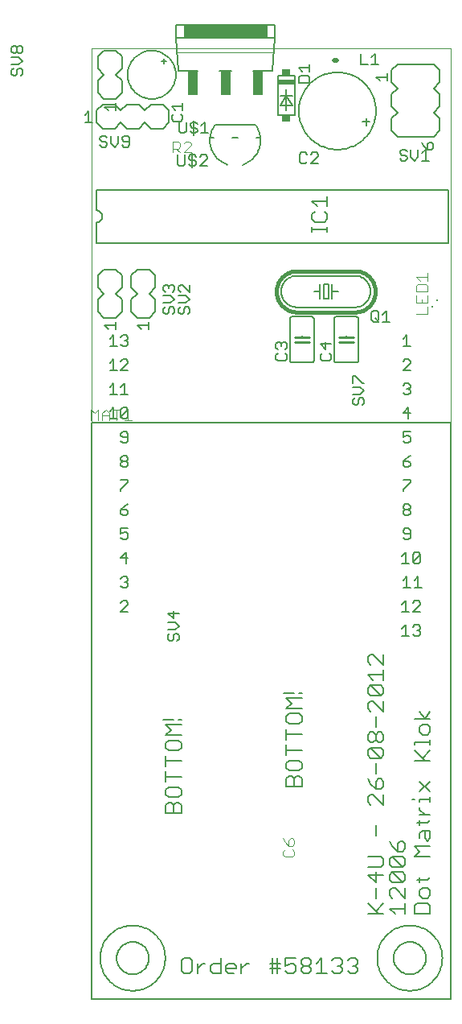
<source format=gto>
G75*
G70*
%OFA0B0*%
%FSLAX24Y24*%
%IPPOS*%
%LPD*%
%AMOC8*
5,1,8,0,0,1.08239X$1,22.5*
%
%ADD10C,0.0000*%
%ADD11C,0.0060*%
%ADD12R,0.0736X0.0200*%
%ADD13R,0.0335X0.0250*%
%ADD14C,0.0050*%
%ADD15C,0.0020*%
%ADD16R,0.3500X0.0550*%
%ADD17R,0.0400X0.1000*%
%ADD18C,0.0200*%
%ADD19C,0.0040*%
%ADD20C,0.0070*%
%ADD21C,0.0160*%
%ADD22C,0.0100*%
%ADD23C,0.0098*%
%ADD24R,0.0079X0.0079*%
D10*
X003621Y000711D02*
X003621Y040081D01*
X018503Y040081D01*
X018503Y000711D01*
X003621Y000711D01*
D11*
X004645Y002404D02*
X004647Y002455D01*
X004653Y002506D01*
X004663Y002556D01*
X004676Y002606D01*
X004694Y002654D01*
X004714Y002701D01*
X004739Y002746D01*
X004767Y002789D01*
X004798Y002830D01*
X004832Y002868D01*
X004869Y002903D01*
X004908Y002936D01*
X004950Y002966D01*
X004994Y002992D01*
X005040Y003014D01*
X005088Y003034D01*
X005137Y003049D01*
X005187Y003061D01*
X005237Y003069D01*
X005288Y003073D01*
X005340Y003073D01*
X005391Y003069D01*
X005441Y003061D01*
X005491Y003049D01*
X005540Y003034D01*
X005588Y003014D01*
X005634Y002992D01*
X005678Y002966D01*
X005720Y002936D01*
X005759Y002903D01*
X005796Y002868D01*
X005830Y002830D01*
X005861Y002789D01*
X005889Y002746D01*
X005914Y002701D01*
X005934Y002654D01*
X005952Y002606D01*
X005965Y002556D01*
X005975Y002506D01*
X005981Y002455D01*
X005983Y002404D01*
X005981Y002353D01*
X005975Y002302D01*
X005965Y002252D01*
X005952Y002202D01*
X005934Y002154D01*
X005914Y002107D01*
X005889Y002062D01*
X005861Y002019D01*
X005830Y001978D01*
X005796Y001940D01*
X005759Y001905D01*
X005720Y001872D01*
X005678Y001842D01*
X005634Y001816D01*
X005588Y001794D01*
X005540Y001774D01*
X005491Y001759D01*
X005441Y001747D01*
X005391Y001739D01*
X005340Y001735D01*
X005288Y001735D01*
X005237Y001739D01*
X005187Y001747D01*
X005137Y001759D01*
X005088Y001774D01*
X005040Y001794D01*
X004994Y001816D01*
X004950Y001842D01*
X004908Y001872D01*
X004869Y001905D01*
X004832Y001940D01*
X004798Y001978D01*
X004767Y002019D01*
X004739Y002062D01*
X004714Y002107D01*
X004694Y002154D01*
X004676Y002202D01*
X004663Y002252D01*
X004653Y002302D01*
X004647Y002353D01*
X004645Y002404D01*
X003964Y002404D02*
X003966Y002477D01*
X003972Y002550D01*
X003982Y002622D01*
X003996Y002694D01*
X004013Y002765D01*
X004035Y002835D01*
X004060Y002904D01*
X004089Y002971D01*
X004121Y003036D01*
X004157Y003100D01*
X004197Y003162D01*
X004239Y003221D01*
X004285Y003278D01*
X004334Y003332D01*
X004386Y003384D01*
X004440Y003433D01*
X004497Y003479D01*
X004556Y003521D01*
X004618Y003561D01*
X004682Y003597D01*
X004747Y003629D01*
X004814Y003658D01*
X004883Y003683D01*
X004953Y003705D01*
X005024Y003722D01*
X005096Y003736D01*
X005168Y003746D01*
X005241Y003752D01*
X005314Y003754D01*
X005387Y003752D01*
X005460Y003746D01*
X005532Y003736D01*
X005604Y003722D01*
X005675Y003705D01*
X005745Y003683D01*
X005814Y003658D01*
X005881Y003629D01*
X005946Y003597D01*
X006010Y003561D01*
X006072Y003521D01*
X006131Y003479D01*
X006188Y003433D01*
X006242Y003384D01*
X006294Y003332D01*
X006343Y003278D01*
X006389Y003221D01*
X006431Y003162D01*
X006471Y003100D01*
X006507Y003036D01*
X006539Y002971D01*
X006568Y002904D01*
X006593Y002835D01*
X006615Y002765D01*
X006632Y002694D01*
X006646Y002622D01*
X006656Y002550D01*
X006662Y002477D01*
X006664Y002404D01*
X006662Y002331D01*
X006656Y002258D01*
X006646Y002186D01*
X006632Y002114D01*
X006615Y002043D01*
X006593Y001973D01*
X006568Y001904D01*
X006539Y001837D01*
X006507Y001772D01*
X006471Y001708D01*
X006431Y001646D01*
X006389Y001587D01*
X006343Y001530D01*
X006294Y001476D01*
X006242Y001424D01*
X006188Y001375D01*
X006131Y001329D01*
X006072Y001287D01*
X006010Y001247D01*
X005946Y001211D01*
X005881Y001179D01*
X005814Y001150D01*
X005745Y001125D01*
X005675Y001103D01*
X005604Y001086D01*
X005532Y001072D01*
X005460Y001062D01*
X005387Y001056D01*
X005314Y001054D01*
X005241Y001056D01*
X005168Y001062D01*
X005096Y001072D01*
X005024Y001086D01*
X004953Y001103D01*
X004883Y001125D01*
X004814Y001150D01*
X004747Y001179D01*
X004682Y001211D01*
X004618Y001247D01*
X004556Y001287D01*
X004497Y001329D01*
X004440Y001375D01*
X004386Y001424D01*
X004334Y001476D01*
X004285Y001530D01*
X004239Y001587D01*
X004197Y001646D01*
X004157Y001708D01*
X004121Y001772D01*
X004089Y001837D01*
X004060Y001904D01*
X004035Y001973D01*
X004013Y002043D01*
X003996Y002114D01*
X003982Y002186D01*
X003972Y002258D01*
X003966Y002331D01*
X003964Y002404D01*
X006691Y008418D02*
X006691Y008738D01*
X006798Y008845D01*
X006905Y008845D01*
X007011Y008738D01*
X007011Y008418D01*
X007011Y008738D02*
X007118Y008845D01*
X007225Y008845D01*
X007332Y008738D01*
X007332Y008418D01*
X006691Y008418D01*
X006798Y009063D02*
X006691Y009169D01*
X006691Y009383D01*
X006798Y009490D01*
X007225Y009490D01*
X007332Y009383D01*
X007332Y009169D01*
X007225Y009063D01*
X006798Y009063D01*
X006691Y009707D02*
X006691Y010134D01*
X006691Y009921D02*
X007332Y009921D01*
X007332Y010565D02*
X006691Y010565D01*
X006691Y010352D02*
X006691Y010779D01*
X006798Y010996D02*
X006691Y011103D01*
X006691Y011317D01*
X006798Y011423D01*
X007225Y011423D01*
X007332Y011317D01*
X007332Y011103D01*
X007225Y010996D01*
X006798Y010996D01*
X006691Y011641D02*
X006905Y011854D01*
X006691Y012068D01*
X007332Y012068D01*
X007332Y012285D02*
X007225Y012285D01*
X007011Y012285D02*
X006584Y012285D01*
X006691Y011641D02*
X007332Y011641D01*
X011584Y013388D02*
X012011Y013388D01*
X012225Y013388D02*
X012332Y013388D01*
X012332Y013170D02*
X011691Y013170D01*
X011905Y012957D01*
X011691Y012743D01*
X012332Y012743D01*
X012225Y012526D02*
X012332Y012419D01*
X012332Y012205D01*
X012225Y012099D01*
X011798Y012099D01*
X011691Y012205D01*
X011691Y012419D01*
X011798Y012526D01*
X012225Y012526D01*
X011691Y011881D02*
X011691Y011454D01*
X011691Y011668D02*
X012332Y011668D01*
X012332Y011023D02*
X011691Y011023D01*
X011691Y010810D02*
X011691Y011237D01*
X011798Y010592D02*
X011691Y010485D01*
X011691Y010272D01*
X011798Y010165D01*
X012225Y010165D01*
X012332Y010272D01*
X012332Y010485D01*
X012225Y010592D01*
X011798Y010592D01*
X011798Y009948D02*
X011905Y009948D01*
X012011Y009841D01*
X012011Y009521D01*
X012011Y009841D02*
X012118Y009948D01*
X012225Y009948D01*
X012332Y009841D01*
X012332Y009521D01*
X011691Y009521D01*
X011691Y009841D01*
X011798Y009948D01*
X015077Y009828D02*
X015184Y009615D01*
X015397Y009401D01*
X015397Y009722D01*
X015504Y009828D01*
X015611Y009828D01*
X015717Y009722D01*
X015717Y009508D01*
X015611Y009401D01*
X015397Y009401D01*
X015290Y009184D02*
X015184Y009184D01*
X015077Y009077D01*
X015077Y008864D01*
X015184Y008757D01*
X015290Y009184D02*
X015717Y008757D01*
X015717Y009184D01*
X015397Y010046D02*
X015397Y010473D01*
X015184Y010690D02*
X015077Y010797D01*
X015077Y011011D01*
X015184Y011117D01*
X015611Y010690D01*
X015717Y010797D01*
X015717Y011011D01*
X015611Y011117D01*
X015184Y011117D01*
X015184Y011335D02*
X015290Y011335D01*
X015397Y011442D01*
X015397Y011655D01*
X015504Y011762D01*
X015611Y011762D01*
X015717Y011655D01*
X015717Y011442D01*
X015611Y011335D01*
X015504Y011335D01*
X015397Y011442D01*
X015397Y011655D02*
X015290Y011762D01*
X015184Y011762D01*
X015077Y011655D01*
X015077Y011442D01*
X015184Y011335D01*
X015184Y010690D02*
X015611Y010690D01*
X015397Y011980D02*
X015397Y012407D01*
X015184Y012624D02*
X015077Y012731D01*
X015077Y012944D01*
X015184Y013051D01*
X015290Y013051D01*
X015717Y012624D01*
X015717Y013051D01*
X015611Y013269D02*
X015184Y013696D01*
X015611Y013696D01*
X015717Y013589D01*
X015717Y013375D01*
X015611Y013269D01*
X015184Y013269D01*
X015077Y013375D01*
X015077Y013589D01*
X015184Y013696D01*
X015290Y013913D02*
X015077Y014127D01*
X015717Y014127D01*
X015717Y014340D02*
X015717Y013913D01*
X015717Y014558D02*
X015290Y014985D01*
X015184Y014985D01*
X015077Y014878D01*
X015077Y014664D01*
X015184Y014558D01*
X015717Y014558D02*
X015717Y014985D01*
X017006Y012302D02*
X017647Y012302D01*
X017433Y012302D02*
X017647Y012622D01*
X017433Y012302D02*
X017219Y012622D01*
X017326Y012084D02*
X017219Y011978D01*
X017219Y011764D01*
X017326Y011657D01*
X017540Y011657D01*
X017647Y011764D01*
X017647Y011978D01*
X017540Y012084D01*
X017326Y012084D01*
X017647Y011441D02*
X017647Y011228D01*
X017647Y011334D02*
X017006Y011334D01*
X017006Y011228D01*
X017006Y011010D02*
X017433Y010583D01*
X017326Y010690D02*
X017647Y011010D01*
X017647Y010583D02*
X017006Y010583D01*
X017219Y009721D02*
X017647Y009294D01*
X017647Y009078D02*
X017647Y008864D01*
X017647Y008971D02*
X017219Y008971D01*
X017219Y008864D01*
X017219Y008647D02*
X017219Y008541D01*
X017433Y008327D01*
X017647Y008327D02*
X017219Y008327D01*
X017219Y008111D02*
X017219Y007897D01*
X017113Y008004D02*
X017540Y008004D01*
X017647Y008111D01*
X017647Y007680D02*
X017647Y007360D01*
X017540Y007253D01*
X017433Y007360D01*
X017433Y007680D01*
X017326Y007680D02*
X017647Y007680D01*
X017647Y007035D02*
X017006Y007035D01*
X017219Y006822D01*
X017006Y006608D01*
X017647Y006608D01*
X017219Y007360D02*
X017219Y007573D01*
X017326Y007680D01*
X016623Y007143D02*
X016623Y006930D01*
X016516Y006823D01*
X016303Y006823D01*
X016303Y007143D01*
X016409Y007250D01*
X016516Y007250D01*
X016623Y007143D01*
X016516Y006606D02*
X016623Y006499D01*
X016623Y006285D01*
X016516Y006179D01*
X016089Y006606D01*
X016516Y006606D01*
X016303Y006823D02*
X016089Y007037D01*
X015982Y007250D01*
X016089Y006606D02*
X015982Y006499D01*
X015982Y006285D01*
X016089Y006179D01*
X016516Y006179D01*
X016516Y005961D02*
X016623Y005854D01*
X016623Y005641D01*
X016516Y005534D01*
X016089Y005961D01*
X016516Y005961D01*
X016516Y005534D02*
X016089Y005534D01*
X015982Y005641D01*
X015982Y005854D01*
X016089Y005961D01*
X015717Y005854D02*
X015077Y005854D01*
X015397Y005534D01*
X015397Y005961D01*
X015611Y006179D02*
X015077Y006179D01*
X015077Y006606D02*
X015611Y006606D01*
X015717Y006499D01*
X015717Y006285D01*
X015611Y006179D01*
X015397Y005317D02*
X015397Y004889D01*
X015077Y004672D02*
X015504Y004245D01*
X015397Y004352D02*
X015717Y004672D01*
X015982Y004458D02*
X016623Y004458D01*
X016623Y004245D02*
X016623Y004672D01*
X016623Y004889D02*
X016196Y005317D01*
X016089Y005317D01*
X015982Y005210D01*
X015982Y004996D01*
X016089Y004889D01*
X015982Y004458D02*
X016196Y004245D01*
X015717Y004245D02*
X015077Y004245D01*
X014548Y002405D02*
X014334Y002405D01*
X014227Y002298D01*
X014010Y002298D02*
X014010Y002192D01*
X013903Y002085D01*
X014010Y001978D01*
X014010Y001871D01*
X013903Y001765D01*
X013690Y001765D01*
X013583Y001871D01*
X013365Y001765D02*
X012938Y001765D01*
X013152Y001765D02*
X013152Y002405D01*
X012938Y002192D01*
X012721Y002192D02*
X012614Y002085D01*
X012400Y002085D01*
X012294Y002192D01*
X012294Y002298D01*
X012400Y002405D01*
X012614Y002405D01*
X012721Y002298D01*
X012721Y002192D01*
X012614Y002085D02*
X012721Y001978D01*
X012721Y001871D01*
X012614Y001765D01*
X012400Y001765D01*
X012294Y001871D01*
X012294Y001978D01*
X012400Y002085D01*
X012076Y002085D02*
X012076Y001871D01*
X011969Y001765D01*
X011756Y001765D01*
X011649Y001871D01*
X011649Y002085D02*
X011863Y002192D01*
X011969Y002192D01*
X012076Y002085D01*
X012076Y002405D02*
X011649Y002405D01*
X011649Y002085D01*
X011432Y002192D02*
X011325Y002192D01*
X011005Y002192D01*
X011005Y001978D02*
X011432Y001978D01*
X011325Y001765D02*
X011325Y002405D01*
X011111Y002405D02*
X011111Y001765D01*
X010143Y002192D02*
X010036Y002192D01*
X009823Y001978D01*
X009823Y001765D02*
X009823Y002192D01*
X009605Y002085D02*
X009605Y001978D01*
X009178Y001978D01*
X009178Y001871D02*
X009178Y002085D01*
X009285Y002192D01*
X009499Y002192D01*
X009605Y002085D01*
X009499Y001765D02*
X009285Y001765D01*
X009178Y001871D01*
X008961Y001765D02*
X008961Y002405D01*
X008961Y002192D02*
X008641Y002192D01*
X008534Y002085D01*
X008534Y001871D01*
X008641Y001765D01*
X008961Y001765D01*
X008317Y002192D02*
X008210Y002192D01*
X007997Y001978D01*
X007997Y001765D02*
X007997Y002192D01*
X007779Y002298D02*
X007779Y001871D01*
X007672Y001765D01*
X007459Y001765D01*
X007352Y001871D01*
X007352Y002298D01*
X007459Y002405D01*
X007672Y002405D01*
X007779Y002298D01*
X013583Y002298D02*
X013690Y002405D01*
X013903Y002405D01*
X014010Y002298D01*
X013903Y002085D02*
X013796Y002085D01*
X014227Y001871D02*
X014334Y001765D01*
X014548Y001765D01*
X014654Y001871D01*
X014654Y001978D01*
X014548Y002085D01*
X014441Y002085D01*
X014548Y002085D02*
X014654Y002192D01*
X014654Y002298D01*
X014548Y002405D01*
X016141Y002404D02*
X016143Y002455D01*
X016149Y002506D01*
X016159Y002556D01*
X016172Y002606D01*
X016190Y002654D01*
X016210Y002701D01*
X016235Y002746D01*
X016263Y002789D01*
X016294Y002830D01*
X016328Y002868D01*
X016365Y002903D01*
X016404Y002936D01*
X016446Y002966D01*
X016490Y002992D01*
X016536Y003014D01*
X016584Y003034D01*
X016633Y003049D01*
X016683Y003061D01*
X016733Y003069D01*
X016784Y003073D01*
X016836Y003073D01*
X016887Y003069D01*
X016937Y003061D01*
X016987Y003049D01*
X017036Y003034D01*
X017084Y003014D01*
X017130Y002992D01*
X017174Y002966D01*
X017216Y002936D01*
X017255Y002903D01*
X017292Y002868D01*
X017326Y002830D01*
X017357Y002789D01*
X017385Y002746D01*
X017410Y002701D01*
X017430Y002654D01*
X017448Y002606D01*
X017461Y002556D01*
X017471Y002506D01*
X017477Y002455D01*
X017479Y002404D01*
X017477Y002353D01*
X017471Y002302D01*
X017461Y002252D01*
X017448Y002202D01*
X017430Y002154D01*
X017410Y002107D01*
X017385Y002062D01*
X017357Y002019D01*
X017326Y001978D01*
X017292Y001940D01*
X017255Y001905D01*
X017216Y001872D01*
X017174Y001842D01*
X017130Y001816D01*
X017084Y001794D01*
X017036Y001774D01*
X016987Y001759D01*
X016937Y001747D01*
X016887Y001739D01*
X016836Y001735D01*
X016784Y001735D01*
X016733Y001739D01*
X016683Y001747D01*
X016633Y001759D01*
X016584Y001774D01*
X016536Y001794D01*
X016490Y001816D01*
X016446Y001842D01*
X016404Y001872D01*
X016365Y001905D01*
X016328Y001940D01*
X016294Y001978D01*
X016263Y002019D01*
X016235Y002062D01*
X016210Y002107D01*
X016190Y002154D01*
X016172Y002202D01*
X016159Y002252D01*
X016149Y002302D01*
X016143Y002353D01*
X016141Y002404D01*
X015460Y002404D02*
X015462Y002477D01*
X015468Y002550D01*
X015478Y002622D01*
X015492Y002694D01*
X015509Y002765D01*
X015531Y002835D01*
X015556Y002904D01*
X015585Y002971D01*
X015617Y003036D01*
X015653Y003100D01*
X015693Y003162D01*
X015735Y003221D01*
X015781Y003278D01*
X015830Y003332D01*
X015882Y003384D01*
X015936Y003433D01*
X015993Y003479D01*
X016052Y003521D01*
X016114Y003561D01*
X016178Y003597D01*
X016243Y003629D01*
X016310Y003658D01*
X016379Y003683D01*
X016449Y003705D01*
X016520Y003722D01*
X016592Y003736D01*
X016664Y003746D01*
X016737Y003752D01*
X016810Y003754D01*
X016883Y003752D01*
X016956Y003746D01*
X017028Y003736D01*
X017100Y003722D01*
X017171Y003705D01*
X017241Y003683D01*
X017310Y003658D01*
X017377Y003629D01*
X017442Y003597D01*
X017506Y003561D01*
X017568Y003521D01*
X017627Y003479D01*
X017684Y003433D01*
X017738Y003384D01*
X017790Y003332D01*
X017839Y003278D01*
X017885Y003221D01*
X017927Y003162D01*
X017967Y003100D01*
X018003Y003036D01*
X018035Y002971D01*
X018064Y002904D01*
X018089Y002835D01*
X018111Y002765D01*
X018128Y002694D01*
X018142Y002622D01*
X018152Y002550D01*
X018158Y002477D01*
X018160Y002404D01*
X018158Y002331D01*
X018152Y002258D01*
X018142Y002186D01*
X018128Y002114D01*
X018111Y002043D01*
X018089Y001973D01*
X018064Y001904D01*
X018035Y001837D01*
X018003Y001772D01*
X017967Y001708D01*
X017927Y001646D01*
X017885Y001587D01*
X017839Y001530D01*
X017790Y001476D01*
X017738Y001424D01*
X017684Y001375D01*
X017627Y001329D01*
X017568Y001287D01*
X017506Y001247D01*
X017442Y001211D01*
X017377Y001179D01*
X017310Y001150D01*
X017241Y001125D01*
X017171Y001103D01*
X017100Y001086D01*
X017028Y001072D01*
X016956Y001062D01*
X016883Y001056D01*
X016810Y001054D01*
X016737Y001056D01*
X016664Y001062D01*
X016592Y001072D01*
X016520Y001086D01*
X016449Y001103D01*
X016379Y001125D01*
X016310Y001150D01*
X016243Y001179D01*
X016178Y001211D01*
X016114Y001247D01*
X016052Y001287D01*
X015993Y001329D01*
X015936Y001375D01*
X015882Y001424D01*
X015830Y001476D01*
X015781Y001530D01*
X015735Y001587D01*
X015693Y001646D01*
X015653Y001708D01*
X015617Y001772D01*
X015585Y001837D01*
X015556Y001904D01*
X015531Y001973D01*
X015509Y002043D01*
X015492Y002114D01*
X015478Y002186D01*
X015468Y002258D01*
X015462Y002331D01*
X015460Y002404D01*
X016623Y004889D02*
X016623Y005317D01*
X017113Y004672D02*
X017006Y004565D01*
X017006Y004245D01*
X017647Y004245D01*
X017647Y004565D01*
X017540Y004672D01*
X017113Y004672D01*
X017326Y004889D02*
X017219Y004996D01*
X017219Y005210D01*
X017326Y005317D01*
X017540Y005317D01*
X017647Y005210D01*
X017647Y004996D01*
X017540Y004889D01*
X017326Y004889D01*
X017219Y005534D02*
X017219Y005748D01*
X017113Y005641D02*
X017540Y005641D01*
X017647Y005748D01*
X017006Y008971D02*
X016899Y008971D01*
X017219Y009294D02*
X017647Y009721D01*
X015397Y007895D02*
X015397Y007468D01*
X014573Y027068D02*
X013773Y027068D01*
X013756Y027070D01*
X013739Y027074D01*
X013723Y027081D01*
X013709Y027091D01*
X013696Y027104D01*
X013686Y027118D01*
X013679Y027134D01*
X013675Y027151D01*
X013673Y027168D01*
X013673Y028868D01*
X013675Y028885D01*
X013679Y028902D01*
X013686Y028918D01*
X013696Y028932D01*
X013709Y028945D01*
X013723Y028955D01*
X013739Y028962D01*
X013756Y028966D01*
X013773Y028968D01*
X014573Y028968D01*
X014590Y028966D01*
X014607Y028962D01*
X014623Y028955D01*
X014637Y028945D01*
X014650Y028932D01*
X014660Y028918D01*
X014667Y028902D01*
X014671Y028885D01*
X014673Y028868D01*
X014673Y027168D01*
X014671Y027151D01*
X014667Y027134D01*
X014660Y027118D01*
X014650Y027104D01*
X014637Y027091D01*
X014623Y027081D01*
X014607Y027074D01*
X014590Y027070D01*
X014573Y027068D01*
X014173Y027868D02*
X014173Y027918D01*
X014173Y028118D02*
X014173Y028168D01*
X014530Y029356D02*
X012130Y029356D01*
X011930Y028968D02*
X012730Y028968D01*
X012747Y028966D01*
X012764Y028962D01*
X012780Y028955D01*
X012794Y028945D01*
X012807Y028932D01*
X012817Y028918D01*
X012824Y028902D01*
X012828Y028885D01*
X012830Y028868D01*
X012830Y027168D01*
X012828Y027151D01*
X012824Y027134D01*
X012817Y027118D01*
X012807Y027104D01*
X012794Y027091D01*
X012780Y027081D01*
X012764Y027074D01*
X012747Y027070D01*
X012730Y027068D01*
X011930Y027068D01*
X011913Y027070D01*
X011896Y027074D01*
X011880Y027081D01*
X011866Y027091D01*
X011853Y027104D01*
X011843Y027118D01*
X011836Y027134D01*
X011832Y027151D01*
X011830Y027168D01*
X011830Y028868D01*
X011832Y028885D01*
X011836Y028902D01*
X011843Y028918D01*
X011853Y028932D01*
X011866Y028945D01*
X011880Y028955D01*
X011896Y028962D01*
X011913Y028966D01*
X011930Y028968D01*
X012330Y028168D02*
X012330Y028118D01*
X012330Y027918D02*
X012330Y027868D01*
X013080Y029706D02*
X013080Y030006D01*
X012830Y030006D01*
X013080Y030006D02*
X013080Y030306D01*
X013230Y030306D02*
X013430Y030306D01*
X013430Y029706D01*
X013230Y029706D01*
X013230Y030306D01*
X013580Y030306D02*
X013580Y030006D01*
X013830Y030006D01*
X013580Y030006D02*
X013580Y029706D01*
X014530Y029356D02*
X014580Y029358D01*
X014629Y029364D01*
X014678Y029373D01*
X014726Y029386D01*
X014773Y029403D01*
X014818Y029423D01*
X014862Y029447D01*
X014904Y029474D01*
X014944Y029505D01*
X014981Y029538D01*
X015015Y029574D01*
X015047Y029612D01*
X015076Y029653D01*
X015101Y029695D01*
X015123Y029740D01*
X015142Y029786D01*
X015157Y029834D01*
X015168Y029882D01*
X015176Y029931D01*
X015180Y029981D01*
X015180Y030031D01*
X015176Y030081D01*
X015168Y030130D01*
X015157Y030178D01*
X015142Y030226D01*
X015123Y030272D01*
X015101Y030317D01*
X015076Y030359D01*
X015047Y030400D01*
X015015Y030438D01*
X014981Y030474D01*
X014944Y030507D01*
X014904Y030538D01*
X014862Y030565D01*
X014818Y030589D01*
X014773Y030609D01*
X014726Y030626D01*
X014678Y030639D01*
X014629Y030648D01*
X014580Y030654D01*
X014530Y030656D01*
X012130Y030656D01*
X012080Y030654D01*
X012031Y030648D01*
X011982Y030639D01*
X011934Y030626D01*
X011887Y030609D01*
X011842Y030589D01*
X011798Y030565D01*
X011756Y030538D01*
X011716Y030507D01*
X011679Y030474D01*
X011645Y030438D01*
X011613Y030400D01*
X011584Y030359D01*
X011559Y030317D01*
X011537Y030272D01*
X011518Y030226D01*
X011503Y030178D01*
X011492Y030130D01*
X011484Y030081D01*
X011480Y030031D01*
X011480Y029981D01*
X011484Y029931D01*
X011492Y029882D01*
X011503Y029834D01*
X011518Y029786D01*
X011537Y029740D01*
X011559Y029695D01*
X011584Y029653D01*
X011613Y029612D01*
X011645Y029574D01*
X011679Y029538D01*
X011716Y029505D01*
X011756Y029474D01*
X011798Y029447D01*
X011842Y029423D01*
X011887Y029403D01*
X011934Y029386D01*
X011982Y029373D01*
X012031Y029364D01*
X012080Y029358D01*
X012130Y029356D01*
X010612Y036362D02*
X010454Y036362D01*
X010391Y036912D02*
X008741Y036912D01*
X008679Y036362D02*
X008521Y036362D01*
X009454Y036362D02*
X009679Y036362D01*
X010391Y036912D02*
X010428Y036861D01*
X010463Y036808D01*
X010495Y036752D01*
X010523Y036695D01*
X010547Y036636D01*
X010568Y036576D01*
X010585Y036515D01*
X010599Y036453D01*
X010608Y036390D01*
X010614Y036327D01*
X010616Y036263D01*
X010614Y036199D01*
X010608Y036136D01*
X010599Y036073D01*
X010586Y036011D01*
X010568Y035950D01*
X010548Y035890D01*
X010523Y035831D01*
X010496Y035774D01*
X010464Y035718D01*
X010430Y035665D01*
X010392Y035614D01*
X010351Y035565D01*
X010307Y035519D01*
X010261Y035475D01*
X010212Y035434D01*
X010161Y035397D01*
X010107Y035362D01*
X010052Y035331D01*
X009995Y035303D01*
X009936Y035279D01*
X009876Y035259D01*
X009256Y035259D02*
X009196Y035279D01*
X009137Y035303D01*
X009080Y035331D01*
X009025Y035362D01*
X008971Y035397D01*
X008920Y035434D01*
X008871Y035475D01*
X008825Y035519D01*
X008781Y035565D01*
X008740Y035614D01*
X008702Y035665D01*
X008668Y035718D01*
X008636Y035774D01*
X008609Y035831D01*
X008584Y035890D01*
X008564Y035950D01*
X008546Y036011D01*
X008533Y036073D01*
X008524Y036136D01*
X008518Y036199D01*
X008516Y036263D01*
X008518Y036327D01*
X008524Y036390D01*
X008533Y036453D01*
X008547Y036515D01*
X008564Y036576D01*
X008585Y036636D01*
X008609Y036695D01*
X008637Y036752D01*
X008669Y036808D01*
X008704Y036861D01*
X008741Y036912D01*
X008919Y039146D02*
X009419Y039146D01*
X010319Y039146D02*
X011119Y039146D01*
X011219Y040496D01*
X007119Y040496D01*
X007219Y039146D01*
X008019Y039146D01*
X007119Y040496D02*
X007119Y041046D01*
X011219Y041046D01*
X011219Y040496D01*
X011326Y038936D02*
X012051Y038936D01*
X012051Y037297D01*
X011326Y037297D01*
X011326Y038936D01*
X011688Y038367D02*
X011688Y038117D01*
X011438Y038117D01*
X011688Y038117D02*
X011438Y037717D01*
X011938Y037717D01*
X011688Y038117D01*
X011938Y038117D01*
X011688Y038117D02*
X011688Y037517D01*
X012206Y037483D02*
X012208Y037563D01*
X012214Y037642D01*
X012224Y037721D01*
X012238Y037800D01*
X012255Y037878D01*
X012277Y037955D01*
X012302Y038030D01*
X012332Y038104D01*
X012364Y038177D01*
X012401Y038248D01*
X012441Y038317D01*
X012484Y038384D01*
X012531Y038449D01*
X012580Y038511D01*
X012633Y038571D01*
X012689Y038628D01*
X012747Y038683D01*
X012808Y038734D01*
X012872Y038782D01*
X012938Y038827D01*
X013006Y038869D01*
X013076Y038907D01*
X013148Y038941D01*
X013221Y038972D01*
X013296Y039000D01*
X013373Y039023D01*
X013450Y039043D01*
X013528Y039059D01*
X013607Y039071D01*
X013686Y039079D01*
X013766Y039083D01*
X013846Y039083D01*
X013926Y039079D01*
X014005Y039071D01*
X014084Y039059D01*
X014162Y039043D01*
X014239Y039023D01*
X014316Y039000D01*
X014391Y038972D01*
X014464Y038941D01*
X014536Y038907D01*
X014606Y038869D01*
X014674Y038827D01*
X014740Y038782D01*
X014804Y038734D01*
X014865Y038683D01*
X014923Y038628D01*
X014979Y038571D01*
X015032Y038511D01*
X015081Y038449D01*
X015128Y038384D01*
X015171Y038317D01*
X015211Y038248D01*
X015248Y038177D01*
X015280Y038104D01*
X015310Y038030D01*
X015335Y037955D01*
X015357Y037878D01*
X015374Y037800D01*
X015388Y037721D01*
X015398Y037642D01*
X015404Y037563D01*
X015406Y037483D01*
X015404Y037403D01*
X015398Y037324D01*
X015388Y037245D01*
X015374Y037166D01*
X015357Y037088D01*
X015335Y037011D01*
X015310Y036936D01*
X015280Y036862D01*
X015248Y036789D01*
X015211Y036718D01*
X015171Y036649D01*
X015128Y036582D01*
X015081Y036517D01*
X015032Y036455D01*
X014979Y036395D01*
X014923Y036338D01*
X014865Y036283D01*
X014804Y036232D01*
X014740Y036184D01*
X014674Y036139D01*
X014606Y036097D01*
X014536Y036059D01*
X014464Y036025D01*
X014391Y035994D01*
X014316Y035966D01*
X014239Y035943D01*
X014162Y035923D01*
X014084Y035907D01*
X014005Y035895D01*
X013926Y035887D01*
X013846Y035883D01*
X013766Y035883D01*
X013686Y035887D01*
X013607Y035895D01*
X013528Y035907D01*
X013450Y035923D01*
X013373Y035943D01*
X013296Y035966D01*
X013221Y035994D01*
X013148Y036025D01*
X013076Y036059D01*
X013006Y036097D01*
X012938Y036139D01*
X012872Y036184D01*
X012808Y036232D01*
X012747Y036283D01*
X012689Y036338D01*
X012633Y036395D01*
X012580Y036455D01*
X012531Y036517D01*
X012484Y036582D01*
X012441Y036649D01*
X012401Y036718D01*
X012364Y036789D01*
X012332Y036862D01*
X012302Y036936D01*
X012277Y037011D01*
X012255Y037088D01*
X012238Y037166D01*
X012224Y037245D01*
X012214Y037324D01*
X012208Y037403D01*
X012206Y037483D01*
X014856Y037033D02*
X015156Y037033D01*
X015006Y037183D02*
X015006Y036883D01*
X016043Y036670D02*
X016043Y037170D01*
X016293Y037420D01*
X016043Y037670D01*
X016043Y038170D01*
X016293Y038420D01*
X016043Y038670D01*
X016043Y039170D01*
X016293Y039420D01*
X017793Y039420D01*
X018043Y039170D01*
X018043Y038670D01*
X017793Y038420D01*
X018043Y038170D01*
X018043Y037670D01*
X017793Y037420D01*
X018043Y037170D01*
X018043Y036670D01*
X017793Y036420D01*
X016293Y036420D01*
X016043Y036670D01*
X018402Y034213D02*
X018402Y032013D01*
X003802Y032013D01*
X003802Y032863D01*
X003832Y032865D01*
X003862Y032870D01*
X003891Y032879D01*
X003918Y032892D01*
X003944Y032907D01*
X003968Y032926D01*
X003989Y032947D01*
X004008Y032971D01*
X004023Y032997D01*
X004036Y033024D01*
X004045Y033053D01*
X004050Y033083D01*
X004052Y033113D01*
X004050Y033143D01*
X004045Y033173D01*
X004036Y033202D01*
X004023Y033229D01*
X004008Y033255D01*
X003989Y033279D01*
X003968Y033300D01*
X003944Y033319D01*
X003918Y033334D01*
X003891Y033347D01*
X003862Y033356D01*
X003832Y033361D01*
X003802Y033363D01*
X003802Y034213D01*
X018402Y034213D01*
X006814Y036996D02*
X006814Y037496D01*
X006564Y037746D01*
X006064Y037746D01*
X005814Y037496D01*
X005564Y037746D01*
X005064Y037746D01*
X004814Y037496D01*
X004564Y037746D01*
X004064Y037746D01*
X003814Y037496D01*
X003814Y036996D01*
X004064Y036746D01*
X004564Y036746D01*
X004814Y036996D01*
X005064Y036746D01*
X005564Y036746D01*
X005814Y036996D01*
X006064Y036746D01*
X006564Y036746D01*
X006814Y036996D01*
X005102Y038979D02*
X005104Y039042D01*
X005110Y039104D01*
X005120Y039166D01*
X005133Y039228D01*
X005151Y039288D01*
X005172Y039347D01*
X005197Y039405D01*
X005226Y039461D01*
X005258Y039515D01*
X005293Y039567D01*
X005331Y039616D01*
X005373Y039664D01*
X005417Y039708D01*
X005465Y039750D01*
X005514Y039788D01*
X005566Y039823D01*
X005620Y039855D01*
X005676Y039884D01*
X005734Y039909D01*
X005793Y039930D01*
X005853Y039948D01*
X005915Y039961D01*
X005977Y039971D01*
X006039Y039977D01*
X006102Y039979D01*
X006165Y039977D01*
X006227Y039971D01*
X006289Y039961D01*
X006351Y039948D01*
X006411Y039930D01*
X006470Y039909D01*
X006528Y039884D01*
X006584Y039855D01*
X006638Y039823D01*
X006690Y039788D01*
X006739Y039750D01*
X006787Y039708D01*
X006831Y039664D01*
X006873Y039616D01*
X006911Y039567D01*
X006946Y039515D01*
X006978Y039461D01*
X007007Y039405D01*
X007032Y039347D01*
X007053Y039288D01*
X007071Y039228D01*
X007084Y039166D01*
X007094Y039104D01*
X007100Y039042D01*
X007102Y038979D01*
X007100Y038916D01*
X007094Y038854D01*
X007084Y038792D01*
X007071Y038730D01*
X007053Y038670D01*
X007032Y038611D01*
X007007Y038553D01*
X006978Y038497D01*
X006946Y038443D01*
X006911Y038391D01*
X006873Y038342D01*
X006831Y038294D01*
X006787Y038250D01*
X006739Y038208D01*
X006690Y038170D01*
X006638Y038135D01*
X006584Y038103D01*
X006528Y038074D01*
X006470Y038049D01*
X006411Y038028D01*
X006351Y038010D01*
X006289Y037997D01*
X006227Y037987D01*
X006165Y037981D01*
X006102Y037979D01*
X006039Y037981D01*
X005977Y037987D01*
X005915Y037997D01*
X005853Y038010D01*
X005793Y038028D01*
X005734Y038049D01*
X005676Y038074D01*
X005620Y038103D01*
X005566Y038135D01*
X005514Y038170D01*
X005465Y038208D01*
X005417Y038250D01*
X005373Y038294D01*
X005331Y038342D01*
X005293Y038391D01*
X005258Y038443D01*
X005226Y038497D01*
X005197Y038553D01*
X005172Y038611D01*
X005151Y038670D01*
X005133Y038730D01*
X005120Y038792D01*
X005110Y038854D01*
X005104Y038916D01*
X005102Y038979D01*
X004869Y039229D02*
X004619Y038979D01*
X004869Y038729D01*
X004869Y038229D01*
X004619Y037979D01*
X004119Y037979D01*
X003869Y038229D01*
X003869Y038729D01*
X004119Y038979D01*
X003869Y039229D01*
X003869Y039729D01*
X004119Y039979D01*
X004619Y039979D01*
X004869Y039729D01*
X004869Y039229D01*
X006502Y039529D02*
X006602Y039529D01*
X006702Y039529D01*
X006602Y039529D02*
X006602Y039429D01*
X006602Y039529D02*
X006602Y039629D01*
X005997Y030924D02*
X005497Y030924D01*
X005247Y030674D01*
X005247Y030174D01*
X005497Y029924D01*
X005247Y029674D01*
X005247Y029174D01*
X005497Y028924D01*
X005997Y028924D01*
X006247Y029174D01*
X006247Y029674D01*
X005997Y029924D01*
X006247Y030174D01*
X006247Y030674D01*
X005997Y030924D01*
X004869Y030674D02*
X004869Y030174D01*
X004619Y029924D01*
X004869Y029674D01*
X004869Y029174D01*
X004619Y028924D01*
X004119Y028924D01*
X003869Y029174D01*
X003869Y029674D01*
X004119Y029924D01*
X003869Y030174D01*
X003869Y030674D01*
X004119Y030924D01*
X004619Y030924D01*
X004869Y030674D01*
D12*
X011682Y038667D03*
D13*
X011688Y039061D03*
X011688Y037172D03*
D14*
X018503Y000711D02*
X003621Y000711D01*
X003621Y024569D01*
X018503Y024569D01*
X018503Y000711D01*
X017169Y015746D02*
X017018Y015746D01*
X016943Y015821D01*
X016783Y015746D02*
X016483Y015746D01*
X016633Y015746D02*
X016633Y016196D01*
X016483Y016046D01*
X016943Y016121D02*
X017018Y016196D01*
X017169Y016196D01*
X017244Y016121D01*
X017244Y016046D01*
X017169Y015971D01*
X017244Y015896D01*
X017244Y015821D01*
X017169Y015746D01*
X017169Y015971D02*
X017094Y015971D01*
X017244Y016746D02*
X016943Y016746D01*
X017244Y017046D01*
X017244Y017121D01*
X017169Y017196D01*
X017018Y017196D01*
X016943Y017121D01*
X016633Y017196D02*
X016633Y016746D01*
X016483Y016746D02*
X016783Y016746D01*
X016483Y017046D02*
X016633Y017196D01*
X016683Y017746D02*
X016683Y018196D01*
X016533Y018046D01*
X016533Y017746D02*
X016833Y017746D01*
X016993Y017746D02*
X017294Y017746D01*
X017144Y017746D02*
X017144Y018196D01*
X016993Y018046D01*
X017018Y018746D02*
X016943Y018821D01*
X017244Y019121D01*
X017244Y018821D01*
X017169Y018746D01*
X017018Y018746D01*
X016943Y018821D02*
X016943Y019121D01*
X017018Y019196D01*
X017169Y019196D01*
X017244Y019121D01*
X016758Y019746D02*
X016833Y019821D01*
X016833Y020121D01*
X016758Y020196D01*
X016608Y020196D01*
X016533Y020121D01*
X016533Y020046D01*
X016608Y019971D01*
X016833Y019971D01*
X016758Y019746D02*
X016608Y019746D01*
X016533Y019821D01*
X016633Y019196D02*
X016483Y019046D01*
X016633Y019196D02*
X016633Y018746D01*
X016483Y018746D02*
X016783Y018746D01*
X016758Y020746D02*
X016608Y020746D01*
X016533Y020821D01*
X016533Y020896D01*
X016608Y020971D01*
X016758Y020971D01*
X016833Y020896D01*
X016833Y020821D01*
X016758Y020746D01*
X016758Y020971D02*
X016833Y021046D01*
X016833Y021121D01*
X016758Y021196D01*
X016608Y021196D01*
X016533Y021121D01*
X016533Y021046D01*
X016608Y020971D01*
X016533Y021746D02*
X016533Y021821D01*
X016833Y022121D01*
X016833Y022196D01*
X016533Y022196D01*
X016608Y022746D02*
X016758Y022746D01*
X016833Y022821D01*
X016833Y022896D01*
X016758Y022971D01*
X016533Y022971D01*
X016533Y022821D01*
X016608Y022746D01*
X016533Y022971D02*
X016683Y023121D01*
X016833Y023196D01*
X016758Y023746D02*
X016608Y023746D01*
X016533Y023821D01*
X016533Y023971D02*
X016683Y024046D01*
X016758Y024046D01*
X016833Y023971D01*
X016833Y023821D01*
X016758Y023746D01*
X016533Y023971D02*
X016533Y024196D01*
X016833Y024196D01*
X016758Y024746D02*
X016758Y025196D01*
X016533Y024971D01*
X016833Y024971D01*
X016758Y025746D02*
X016608Y025746D01*
X016533Y025821D01*
X016683Y025971D02*
X016758Y025971D01*
X016833Y025896D01*
X016833Y025821D01*
X016758Y025746D01*
X016758Y025971D02*
X016833Y026046D01*
X016833Y026121D01*
X016758Y026196D01*
X016608Y026196D01*
X016533Y026121D01*
X016533Y026746D02*
X016833Y027046D01*
X016833Y027121D01*
X016758Y027196D01*
X016608Y027196D01*
X016533Y027121D01*
X016533Y026746D02*
X016833Y026746D01*
X016833Y027746D02*
X016533Y027746D01*
X016683Y027746D02*
X016683Y028196D01*
X016533Y028046D01*
X015982Y028757D02*
X015682Y028757D01*
X015832Y028757D02*
X015832Y029207D01*
X015682Y029057D01*
X015522Y029132D02*
X015522Y028832D01*
X015447Y028757D01*
X015297Y028757D01*
X015222Y028832D01*
X015222Y029132D01*
X015297Y029207D01*
X015447Y029207D01*
X015522Y029132D01*
X015372Y028907D02*
X015522Y028757D01*
X014532Y026514D02*
X014832Y026214D01*
X014907Y026214D01*
X014757Y026054D02*
X014907Y025904D01*
X014757Y025753D01*
X014457Y025753D01*
X014532Y025593D02*
X014457Y025518D01*
X014457Y025368D01*
X014532Y025293D01*
X014607Y025293D01*
X014682Y025368D01*
X014682Y025518D01*
X014757Y025593D01*
X014832Y025593D01*
X014907Y025518D01*
X014907Y025368D01*
X014832Y025293D01*
X014757Y026054D02*
X014457Y026054D01*
X014457Y026214D02*
X014457Y026514D01*
X014532Y026514D01*
X013548Y027218D02*
X013473Y027143D01*
X013172Y027143D01*
X013097Y027218D01*
X013097Y027368D01*
X013172Y027443D01*
X013322Y027603D02*
X013097Y027829D01*
X013548Y027829D01*
X013322Y027904D02*
X013322Y027603D01*
X013473Y027443D02*
X013548Y027368D01*
X013548Y027218D01*
X011705Y027218D02*
X011705Y027368D01*
X011630Y027443D01*
X011630Y027603D02*
X011705Y027679D01*
X011705Y027829D01*
X011630Y027904D01*
X011555Y027904D01*
X011480Y027829D01*
X011480Y027754D01*
X011480Y027829D02*
X011405Y027904D01*
X011330Y027904D01*
X011255Y027829D01*
X011255Y027679D01*
X011330Y027603D01*
X011330Y027443D02*
X011255Y027368D01*
X011255Y027218D01*
X011330Y027143D01*
X011630Y027143D01*
X011705Y027218D01*
X012316Y035317D02*
X012241Y035392D01*
X012241Y035692D01*
X012316Y035767D01*
X012466Y035767D01*
X012541Y035692D01*
X012701Y035692D02*
X012776Y035767D01*
X012926Y035767D01*
X013001Y035692D01*
X013001Y035617D01*
X012701Y035317D01*
X013001Y035317D01*
X012541Y035392D02*
X012466Y035317D01*
X012316Y035317D01*
X012205Y038651D02*
X012205Y038876D01*
X012281Y038951D01*
X012581Y038951D01*
X012656Y038876D01*
X012656Y038651D01*
X012205Y038651D01*
X012356Y039111D02*
X012205Y039261D01*
X012656Y039261D01*
X012656Y039111D02*
X012656Y039411D01*
X014763Y039393D02*
X015063Y039393D01*
X015223Y039393D02*
X015524Y039393D01*
X015374Y039393D02*
X015374Y039843D01*
X015223Y039693D01*
X014763Y039843D02*
X014763Y039393D01*
X015417Y038884D02*
X015868Y038884D01*
X015868Y038734D02*
X015868Y039035D01*
X015567Y038734D02*
X015417Y038884D01*
X016469Y035876D02*
X016394Y035801D01*
X016394Y035726D01*
X016469Y035651D01*
X016620Y035651D01*
X016695Y035575D01*
X016695Y035500D01*
X016620Y035425D01*
X016469Y035425D01*
X016394Y035500D01*
X016469Y035876D02*
X016620Y035876D01*
X016695Y035801D01*
X016855Y035876D02*
X016855Y035575D01*
X017005Y035425D01*
X017155Y035575D01*
X017155Y035876D01*
X017315Y035726D02*
X017465Y035876D01*
X017465Y035425D01*
X017315Y035425D02*
X017615Y035425D01*
X017542Y035884D02*
X017542Y036109D01*
X017618Y036185D01*
X017693Y036185D01*
X017768Y036109D01*
X017768Y035959D01*
X017693Y035884D01*
X017542Y035884D01*
X017392Y036034D01*
X017317Y036185D01*
X008454Y036563D02*
X008154Y036563D01*
X008304Y036563D02*
X008304Y037014D01*
X008154Y036863D01*
X007994Y036938D02*
X007919Y037014D01*
X007768Y037014D01*
X007693Y036938D01*
X007693Y036863D01*
X007768Y036788D01*
X007919Y036788D01*
X007994Y036713D01*
X007994Y036638D01*
X007919Y036563D01*
X007768Y036563D01*
X007693Y036638D01*
X007533Y036638D02*
X007533Y037014D01*
X007392Y037129D02*
X007392Y037279D01*
X007317Y037354D01*
X007392Y037515D02*
X007392Y037815D01*
X007392Y037665D02*
X006941Y037665D01*
X007091Y037515D01*
X007016Y037354D02*
X006941Y037279D01*
X006941Y037129D01*
X007016Y037054D01*
X007317Y037054D01*
X007392Y037129D01*
X007233Y037014D02*
X007233Y036638D01*
X007308Y036563D01*
X007458Y036563D01*
X007533Y036638D01*
X007844Y036488D02*
X007844Y037089D01*
X007792Y035741D02*
X007792Y035141D01*
X007867Y035216D02*
X007942Y035291D01*
X007942Y035366D01*
X007867Y035441D01*
X007717Y035441D01*
X007642Y035516D01*
X007642Y035591D01*
X007717Y035666D01*
X007867Y035666D01*
X007942Y035591D01*
X008102Y035591D02*
X008177Y035666D01*
X008327Y035666D01*
X008402Y035591D01*
X008402Y035516D01*
X008102Y035216D01*
X008402Y035216D01*
X007867Y035216D02*
X007717Y035216D01*
X007642Y035291D01*
X007482Y035291D02*
X007482Y035666D01*
X007181Y035666D02*
X007181Y035291D01*
X007256Y035216D01*
X007407Y035216D01*
X007482Y035291D01*
X005178Y036067D02*
X005178Y036368D01*
X005103Y036443D01*
X004953Y036443D01*
X004878Y036368D01*
X004878Y036293D01*
X004953Y036217D01*
X005178Y036217D01*
X005178Y036067D02*
X005103Y035992D01*
X004953Y035992D01*
X004878Y036067D01*
X004718Y036142D02*
X004718Y036443D01*
X004418Y036443D02*
X004418Y036142D01*
X004568Y035992D01*
X004718Y036142D01*
X004258Y036142D02*
X004258Y036067D01*
X004183Y035992D01*
X004032Y035992D01*
X003957Y036067D01*
X004032Y036217D02*
X003957Y036293D01*
X003957Y036368D01*
X004032Y036443D01*
X004183Y036443D01*
X004258Y036368D01*
X004183Y036217D02*
X004032Y036217D01*
X004183Y036217D02*
X004258Y036142D01*
X003640Y037021D02*
X003339Y037021D01*
X003489Y037021D02*
X003489Y037472D01*
X003339Y037322D01*
X004144Y037654D02*
X004594Y037654D01*
X004594Y037504D02*
X004594Y037804D01*
X004294Y037504D02*
X004144Y037654D01*
X000742Y039024D02*
X000667Y038949D01*
X000742Y039024D02*
X000742Y039174D01*
X000667Y039249D01*
X000592Y039249D01*
X000516Y039174D01*
X000516Y039024D01*
X000441Y038949D01*
X000366Y038949D01*
X000291Y039024D01*
X000291Y039174D01*
X000366Y039249D01*
X000291Y039409D02*
X000592Y039409D01*
X000742Y039559D01*
X000592Y039709D01*
X000291Y039709D01*
X000366Y039869D02*
X000441Y039869D01*
X000516Y039944D01*
X000516Y040095D01*
X000592Y040170D01*
X000667Y040170D01*
X000742Y040095D01*
X000742Y039944D01*
X000667Y039869D01*
X000592Y039869D01*
X000516Y039944D01*
X000516Y040095D02*
X000441Y040170D01*
X000366Y040170D01*
X000291Y040095D01*
X000291Y039944D01*
X000366Y039869D01*
X004144Y028599D02*
X004594Y028599D01*
X004594Y028449D02*
X004594Y028749D01*
X004514Y028196D02*
X004514Y027746D01*
X004664Y027746D02*
X004363Y027746D01*
X004363Y028046D02*
X004514Y028196D01*
X004294Y028449D02*
X004144Y028599D01*
X004514Y027196D02*
X004514Y026746D01*
X004664Y026746D02*
X004363Y026746D01*
X004363Y027046D02*
X004514Y027196D01*
X004824Y027121D02*
X004899Y027196D01*
X005049Y027196D01*
X005124Y027121D01*
X005124Y027046D01*
X004824Y026746D01*
X005124Y026746D01*
X004974Y026196D02*
X004824Y026046D01*
X004974Y026196D02*
X004974Y025746D01*
X004824Y025746D02*
X005124Y025746D01*
X005049Y025196D02*
X004899Y025196D01*
X004824Y025121D01*
X004824Y024821D01*
X005124Y025121D01*
X005124Y024821D01*
X005049Y024746D01*
X004899Y024746D01*
X004824Y024821D01*
X004664Y024746D02*
X004363Y024746D01*
X004514Y024746D02*
X004514Y025196D01*
X004363Y025046D01*
X004363Y025746D02*
X004664Y025746D01*
X004514Y025746D02*
X004514Y026196D01*
X004363Y026046D01*
X005049Y025196D02*
X005124Y025121D01*
X005049Y024196D02*
X004899Y024196D01*
X004824Y024121D01*
X004824Y024046D01*
X004899Y023971D01*
X005124Y023971D01*
X005124Y023821D02*
X005124Y024121D01*
X005049Y024196D01*
X005124Y023821D02*
X005049Y023746D01*
X004899Y023746D01*
X004824Y023821D01*
X004899Y023196D02*
X005049Y023196D01*
X005124Y023121D01*
X005124Y023046D01*
X005049Y022971D01*
X004899Y022971D01*
X004824Y023046D01*
X004824Y023121D01*
X004899Y023196D01*
X004899Y022971D02*
X004824Y022896D01*
X004824Y022821D01*
X004899Y022746D01*
X005049Y022746D01*
X005124Y022821D01*
X005124Y022896D01*
X005049Y022971D01*
X005124Y022196D02*
X004824Y022196D01*
X005124Y022196D02*
X005124Y022121D01*
X004824Y021821D01*
X004824Y021746D01*
X005124Y021196D02*
X004974Y021121D01*
X004824Y020971D01*
X005049Y020971D01*
X005124Y020896D01*
X005124Y020821D01*
X005049Y020746D01*
X004899Y020746D01*
X004824Y020821D01*
X004824Y020971D01*
X004824Y020196D02*
X004824Y019971D01*
X004974Y020046D01*
X005049Y020046D01*
X005124Y019971D01*
X005124Y019821D01*
X005049Y019746D01*
X004899Y019746D01*
X004824Y019821D01*
X004824Y020196D02*
X005124Y020196D01*
X005049Y019196D02*
X004824Y018971D01*
X005124Y018971D01*
X005049Y018746D02*
X005049Y019196D01*
X005049Y018196D02*
X004899Y018196D01*
X004824Y018121D01*
X004974Y017971D02*
X005049Y017971D01*
X005124Y017896D01*
X005124Y017821D01*
X005049Y017746D01*
X004899Y017746D01*
X004824Y017821D01*
X005049Y017971D02*
X005124Y018046D01*
X005124Y018121D01*
X005049Y018196D01*
X005049Y017196D02*
X004899Y017196D01*
X004824Y017121D01*
X005049Y017196D02*
X005124Y017121D01*
X005124Y017046D01*
X004824Y016746D01*
X005124Y016746D01*
X006784Y016692D02*
X007009Y016467D01*
X007009Y016767D01*
X007234Y016692D02*
X006784Y016692D01*
X006784Y016306D02*
X007084Y016306D01*
X007234Y016156D01*
X007084Y016006D01*
X006784Y016006D01*
X006859Y015846D02*
X006784Y015771D01*
X006784Y015621D01*
X006859Y015546D01*
X006934Y015546D01*
X007009Y015621D01*
X007009Y015771D01*
X007084Y015846D01*
X007159Y015846D01*
X007234Y015771D01*
X007234Y015621D01*
X007159Y015546D01*
X005049Y027746D02*
X004899Y027746D01*
X004824Y027821D01*
X004974Y027971D02*
X005049Y027971D01*
X005124Y027896D01*
X005124Y027821D01*
X005049Y027746D01*
X005049Y027971D02*
X005124Y028046D01*
X005124Y028121D01*
X005049Y028196D01*
X004899Y028196D01*
X004824Y028121D01*
X005522Y028599D02*
X005972Y028599D01*
X005972Y028449D02*
X005972Y028749D01*
X005672Y028449D02*
X005522Y028599D01*
X006590Y029142D02*
X006666Y029067D01*
X006741Y029067D01*
X006816Y029142D01*
X006816Y029292D01*
X006891Y029367D01*
X006966Y029367D01*
X007041Y029292D01*
X007041Y029142D01*
X006966Y029067D01*
X007220Y029142D02*
X007220Y029292D01*
X007295Y029367D01*
X007446Y029292D02*
X007446Y029142D01*
X007371Y029067D01*
X007295Y029067D01*
X007220Y029142D01*
X007446Y029292D02*
X007521Y029367D01*
X007596Y029367D01*
X007671Y029292D01*
X007671Y029142D01*
X007596Y029067D01*
X007521Y029527D02*
X007671Y029677D01*
X007521Y029827D01*
X007220Y029827D01*
X007295Y029987D02*
X007220Y030063D01*
X007220Y030213D01*
X007295Y030288D01*
X007371Y030288D01*
X007671Y029987D01*
X007671Y030288D01*
X007521Y029527D02*
X007220Y029527D01*
X007041Y029677D02*
X006891Y029827D01*
X006590Y029827D01*
X006666Y029987D02*
X006590Y030063D01*
X006590Y030213D01*
X006666Y030288D01*
X006741Y030288D01*
X006816Y030213D01*
X006891Y030288D01*
X006966Y030288D01*
X007041Y030213D01*
X007041Y030063D01*
X006966Y029987D01*
X006816Y030138D02*
X006816Y030213D01*
X007041Y029677D02*
X006891Y029527D01*
X006590Y029527D01*
X006666Y029367D02*
X006590Y029292D01*
X006590Y029142D01*
D15*
X007169Y039896D02*
X011169Y039896D01*
D16*
X009169Y040771D03*
D17*
X009169Y038646D03*
X010519Y038646D03*
X007819Y038646D03*
D18*
X013678Y039577D02*
X013778Y039577D01*
D19*
X017078Y030612D02*
X017538Y030612D01*
X017538Y030459D02*
X017538Y030766D01*
X017231Y030459D02*
X017078Y030612D01*
X017155Y030305D02*
X017078Y030228D01*
X017078Y029998D01*
X017538Y029998D01*
X017538Y030228D01*
X017462Y030305D01*
X017155Y030305D01*
X017078Y029845D02*
X017078Y029538D01*
X017538Y029538D01*
X017538Y029845D01*
X017308Y029691D02*
X017308Y029538D01*
X017538Y029384D02*
X017538Y029077D01*
X017078Y029077D01*
X007734Y035762D02*
X007427Y035762D01*
X007734Y036069D01*
X007734Y036146D01*
X007657Y036223D01*
X007503Y036223D01*
X007427Y036146D01*
X007273Y036146D02*
X007273Y035993D01*
X007196Y035916D01*
X006966Y035916D01*
X006966Y035762D02*
X006966Y036223D01*
X007196Y036223D01*
X007273Y036146D01*
X007120Y035916D02*
X007273Y035762D01*
X005117Y025121D02*
X005117Y024660D01*
X004964Y024660D02*
X005270Y024660D01*
X004964Y024967D02*
X005117Y025121D01*
X004810Y025121D02*
X004503Y025121D01*
X004657Y025121D02*
X004657Y024660D01*
X004350Y024660D02*
X004350Y024967D01*
X004196Y025121D01*
X004043Y024967D01*
X004043Y024660D01*
X003889Y024660D02*
X003889Y025121D01*
X003736Y024967D01*
X003582Y025121D01*
X003582Y024660D01*
X004043Y024890D02*
X004350Y024890D01*
X011558Y007361D02*
X011635Y007208D01*
X011789Y007054D01*
X011789Y007284D01*
X011865Y007361D01*
X011942Y007361D01*
X012019Y007284D01*
X012019Y007131D01*
X011942Y007054D01*
X011789Y007054D01*
X011942Y006901D02*
X012019Y006824D01*
X012019Y006670D01*
X011942Y006594D01*
X011635Y006594D01*
X011558Y006670D01*
X011558Y006824D01*
X011635Y006901D01*
D20*
X012758Y032463D02*
X012758Y032673D01*
X012758Y032568D02*
X013389Y032568D01*
X013389Y032463D02*
X013389Y032673D01*
X013284Y032892D02*
X013389Y032997D01*
X013389Y033207D01*
X013284Y033313D01*
X013389Y033537D02*
X013389Y033957D01*
X013389Y033747D02*
X012758Y033747D01*
X012968Y033537D01*
X012863Y033313D02*
X012758Y033207D01*
X012758Y032997D01*
X012863Y032892D01*
X013284Y032892D01*
D21*
X012130Y030856D02*
X014530Y030856D01*
X014587Y030854D01*
X014643Y030848D01*
X014699Y030839D01*
X014755Y030826D01*
X014809Y030809D01*
X014862Y030789D01*
X014913Y030765D01*
X014963Y030737D01*
X015011Y030707D01*
X015057Y030673D01*
X015100Y030636D01*
X015141Y030597D01*
X015179Y030555D01*
X015214Y030510D01*
X015246Y030463D01*
X015275Y030414D01*
X015301Y030364D01*
X015323Y030311D01*
X015342Y030258D01*
X015357Y030203D01*
X015368Y030147D01*
X015376Y030091D01*
X015380Y030034D01*
X015380Y029978D01*
X015376Y029921D01*
X015368Y029865D01*
X015357Y029809D01*
X015342Y029754D01*
X015323Y029701D01*
X015301Y029648D01*
X015275Y029598D01*
X015246Y029549D01*
X015214Y029502D01*
X015179Y029457D01*
X015141Y029415D01*
X015100Y029376D01*
X015057Y029339D01*
X015011Y029305D01*
X014963Y029275D01*
X014913Y029247D01*
X014862Y029223D01*
X014809Y029203D01*
X014755Y029186D01*
X014699Y029173D01*
X014643Y029164D01*
X014587Y029158D01*
X014530Y029156D01*
X012130Y029156D01*
X012073Y029158D01*
X012017Y029164D01*
X011961Y029173D01*
X011905Y029186D01*
X011851Y029203D01*
X011798Y029223D01*
X011747Y029247D01*
X011697Y029275D01*
X011649Y029305D01*
X011603Y029339D01*
X011560Y029376D01*
X011519Y029415D01*
X011481Y029457D01*
X011446Y029502D01*
X011414Y029549D01*
X011385Y029598D01*
X011359Y029648D01*
X011337Y029701D01*
X011318Y029754D01*
X011303Y029809D01*
X011292Y029865D01*
X011284Y029921D01*
X011280Y029978D01*
X011280Y030034D01*
X011284Y030091D01*
X011292Y030147D01*
X011303Y030203D01*
X011318Y030258D01*
X011337Y030311D01*
X011359Y030364D01*
X011385Y030414D01*
X011414Y030463D01*
X011446Y030510D01*
X011481Y030555D01*
X011519Y030597D01*
X011560Y030636D01*
X011603Y030673D01*
X011649Y030707D01*
X011697Y030737D01*
X011747Y030765D01*
X011798Y030789D01*
X011851Y030809D01*
X011905Y030826D01*
X011961Y030839D01*
X012017Y030848D01*
X012073Y030854D01*
X012130Y030856D01*
D22*
X012030Y028118D02*
X012330Y028118D01*
X012630Y028118D01*
X012630Y027918D02*
X012330Y027918D01*
X012030Y027918D01*
X013873Y027918D02*
X014173Y027918D01*
X014473Y027918D01*
X014473Y028118D02*
X014173Y028118D01*
X013873Y028118D01*
D23*
X017745Y029363D03*
D24*
X017952Y029648D03*
M02*

</source>
